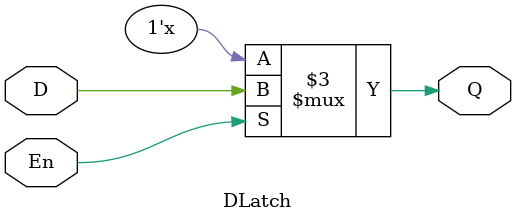
<source format=v>
`timescale 1ns / 1ps
module DLatch(D, En, Q);
input D;
input En;
output Q;
reg Q;
always @(D or En)
if (En)
begin
Q = D;
end
endmodule
</source>
